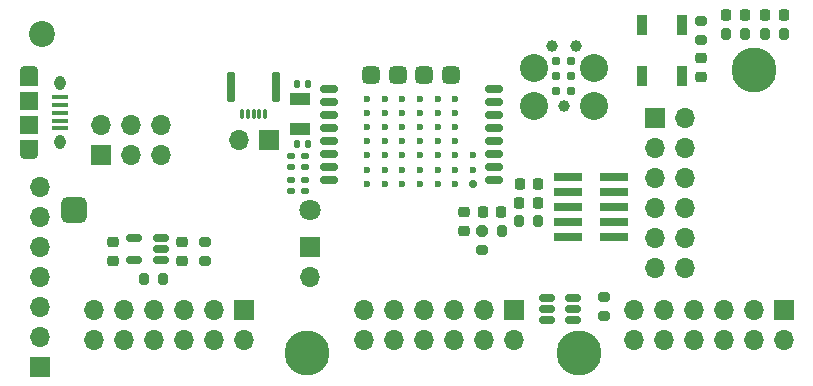
<source format=gbr>
%TF.GenerationSoftware,KiCad,Pcbnew,7.0.5.1-1-g8f565ef7f0-dirty-deb11*%
%TF.CreationDate,2023-06-14T12:44:05+00:00*%
%TF.ProjectId,kite-nrf52840,6b697465-2d6e-4726-9635-323834302e6b,rev?*%
%TF.SameCoordinates,Original*%
%TF.FileFunction,Soldermask,Top*%
%TF.FilePolarity,Negative*%
%FSLAX46Y46*%
G04 Gerber Fmt 4.6, Leading zero omitted, Abs format (unit mm)*
G04 Created by KiCad (PCBNEW 7.0.5.1-1-g8f565ef7f0-dirty-deb11) date 2023-06-14 12:44:05*
%MOMM*%
%LPD*%
G01*
G04 APERTURE LIST*
G04 Aperture macros list*
%AMRoundRect*
0 Rectangle with rounded corners*
0 $1 Rounding radius*
0 $2 $3 $4 $5 $6 $7 $8 $9 X,Y pos of 4 corners*
0 Add a 4 corners polygon primitive as box body*
4,1,4,$2,$3,$4,$5,$6,$7,$8,$9,$2,$3,0*
0 Add four circle primitives for the rounded corners*
1,1,$1+$1,$2,$3*
1,1,$1+$1,$4,$5*
1,1,$1+$1,$6,$7*
1,1,$1+$1,$8,$9*
0 Add four rect primitives between the rounded corners*
20,1,$1+$1,$2,$3,$4,$5,0*
20,1,$1+$1,$4,$5,$6,$7,0*
20,1,$1+$1,$6,$7,$8,$9,0*
20,1,$1+$1,$8,$9,$2,$3,0*%
G04 Aperture macros list end*
%ADD10RoundRect,0.225000X-0.225000X-0.250000X0.225000X-0.250000X0.225000X0.250000X-0.225000X0.250000X0*%
%ADD11R,0.900000X1.700000*%
%ADD12RoundRect,0.140000X0.170000X-0.140000X0.170000X0.140000X-0.170000X0.140000X-0.170000X-0.140000X0*%
%ADD13R,1.350000X0.400000*%
%ADD14O,1.550000X0.890000*%
%ADD15R,1.550000X1.200000*%
%ADD16O,0.950000X1.250000*%
%ADD17R,1.550000X1.500000*%
%ADD18RoundRect,0.087500X0.087500X0.312500X-0.087500X0.312500X-0.087500X-0.312500X0.087500X-0.312500X0*%
%ADD19RoundRect,0.150000X0.150000X1.150000X-0.150000X1.150000X-0.150000X-1.150000X0.150000X-1.150000X0*%
%ADD20RoundRect,0.225000X0.250000X-0.225000X0.250000X0.225000X-0.250000X0.225000X-0.250000X-0.225000X0*%
%ADD21RoundRect,0.150000X0.512500X0.150000X-0.512500X0.150000X-0.512500X-0.150000X0.512500X-0.150000X0*%
%ADD22RoundRect,0.140000X0.140000X0.170000X-0.140000X0.170000X-0.140000X-0.170000X0.140000X-0.170000X0*%
%ADD23R,1.700000X1.700000*%
%ADD24O,1.700000X1.700000*%
%ADD25C,2.374900*%
%ADD26C,0.990600*%
%ADD27C,0.787400*%
%ADD28RoundRect,0.218750X-0.218750X-0.256250X0.218750X-0.256250X0.218750X0.256250X-0.218750X0.256250X0*%
%ADD29RoundRect,0.225000X-0.250000X0.225000X-0.250000X-0.225000X0.250000X-0.225000X0.250000X0.225000X0*%
%ADD30RoundRect,0.200000X-0.200000X-0.275000X0.200000X-0.275000X0.200000X0.275000X-0.200000X0.275000X0*%
%ADD31RoundRect,0.175000X-0.575000X-0.175000X0.575000X-0.175000X0.575000X0.175000X-0.575000X0.175000X0*%
%ADD32C,0.600000*%
%ADD33RoundRect,0.375000X-0.375000X-0.375000X0.375000X-0.375000X0.375000X0.375000X-0.375000X0.375000X0*%
%ADD34RoundRect,0.150000X-0.150000X-0.150000X0.150000X-0.150000X0.150000X0.150000X-0.150000X0.150000X0*%
%ADD35RoundRect,0.200000X0.275000X-0.200000X0.275000X0.200000X-0.275000X0.200000X-0.275000X-0.200000X0*%
%ADD36RoundRect,0.200000X-0.275000X0.200000X-0.275000X-0.200000X0.275000X-0.200000X0.275000X0.200000X0*%
%ADD37R,1.800000X1.000000*%
%ADD38R,2.400000X0.740000*%
%ADD39RoundRect,0.200000X0.200000X0.275000X-0.200000X0.275000X-0.200000X-0.275000X0.200000X-0.275000X0*%
%ADD40C,3.800000*%
%ADD41C,2.200000*%
%ADD42RoundRect,0.550000X0.550000X0.550000X-0.550000X0.550000X-0.550000X-0.550000X0.550000X-0.550000X0*%
%ADD43C,1.800000*%
G04 APERTURE END LIST*
D10*
%TO.C,C1*%
X114975000Y-75200000D03*
X116525000Y-75200000D03*
%TD*%
D11*
%TO.C,SW1*%
X128750000Y-66050000D03*
X125350000Y-66050000D03*
%TD*%
D10*
%TO.C,C2*%
X111875000Y-77600000D03*
X113425000Y-77600000D03*
%TD*%
D12*
%TO.C,C5*%
X96800000Y-75830000D03*
X96800000Y-74870000D03*
%TD*%
%TO.C,C4*%
X95650000Y-73780000D03*
X95650000Y-72820000D03*
%TD*%
%TO.C,C6*%
X95650000Y-75830000D03*
X95650000Y-74870000D03*
%TD*%
%TO.C,C3*%
X96800000Y-73780000D03*
X96800000Y-72820000D03*
%TD*%
D13*
%TO.C,J6*%
X76100000Y-67900000D03*
X76100000Y-68550000D03*
X76100000Y-69200000D03*
X76100000Y-69850000D03*
X76100000Y-70500000D03*
D14*
X73400000Y-65700000D03*
D15*
X73400000Y-66300000D03*
D16*
X76100000Y-66700000D03*
D17*
X73400000Y-68200000D03*
X73400000Y-70200000D03*
D16*
X76100000Y-71700000D03*
D15*
X73400000Y-72100000D03*
D14*
X73400000Y-72700000D03*
%TD*%
D18*
%TO.C,J9*%
X93450000Y-69325000D03*
X92950000Y-69325000D03*
X92450000Y-69325000D03*
X91950000Y-69325000D03*
X91450000Y-69325000D03*
D19*
X94350000Y-67025000D03*
X90550000Y-67025000D03*
%TD*%
D20*
%TO.C,C7*%
X86362500Y-81725000D03*
X86362500Y-80175000D03*
%TD*%
%TO.C,C8*%
X80562500Y-81725000D03*
X80562500Y-80175000D03*
%TD*%
D21*
%TO.C,U2*%
X84600000Y-81700000D03*
X84600000Y-80750000D03*
X84600000Y-79800000D03*
X82325000Y-79800000D03*
X82325000Y-81700000D03*
%TD*%
D22*
%TO.C,C12*%
X97080000Y-71850000D03*
X96120000Y-71850000D03*
%TD*%
D23*
%TO.C,J12*%
X74365000Y-90700000D03*
D24*
X74365000Y-88160000D03*
X74365000Y-85620000D03*
X74365000Y-83080000D03*
X74365000Y-80540000D03*
X74365000Y-78000000D03*
X74365000Y-75460000D03*
%TD*%
D23*
%TO.C,J3*%
X79575000Y-72750000D03*
D24*
X79575000Y-70210000D03*
X82115000Y-72750000D03*
X82115000Y-70210000D03*
X84655000Y-72750000D03*
X84655000Y-70210000D03*
%TD*%
D25*
%TO.C,J8*%
X116160000Y-68590000D03*
D26*
X118700000Y-68590000D03*
D25*
X121240000Y-68590000D03*
X116160000Y-65415000D03*
X121240000Y-65415000D03*
D26*
X117684000Y-63510000D03*
X119716000Y-63510000D03*
D27*
X119335000Y-67320000D03*
X118065000Y-67320000D03*
X119335000Y-66050000D03*
X118065000Y-66050000D03*
X119335000Y-64780000D03*
X118065000Y-64780000D03*
%TD*%
D28*
%TO.C,D2*%
X132465000Y-60910000D03*
X134040000Y-60910000D03*
%TD*%
D23*
%TO.C,J4*%
X91630000Y-85875000D03*
D24*
X89090000Y-85875000D03*
X86550000Y-85875000D03*
X84010000Y-85875000D03*
X81470000Y-85875000D03*
X78930000Y-85875000D03*
X91630000Y-88415000D03*
X89090000Y-88415000D03*
X86550000Y-88415000D03*
X84010000Y-88415000D03*
X81470000Y-88415000D03*
X78930000Y-88415000D03*
%TD*%
D23*
%TO.C,J2*%
X137350000Y-85875000D03*
D24*
X134810000Y-85875000D03*
X132270000Y-85875000D03*
X129730000Y-85875000D03*
X127190000Y-85875000D03*
X124650000Y-85875000D03*
X137350000Y-88415000D03*
X134810000Y-88415000D03*
X132270000Y-88415000D03*
X129730000Y-88415000D03*
X127190000Y-88415000D03*
X124650000Y-88415000D03*
%TD*%
D29*
%TO.C,C9*%
X130300000Y-64575000D03*
X130300000Y-66125000D03*
%TD*%
D28*
%TO.C,D1*%
X135775000Y-60950000D03*
X137350000Y-60950000D03*
%TD*%
D30*
%TO.C,R10*%
X132427500Y-62510000D03*
X134077500Y-62510000D03*
%TD*%
%TO.C,R9*%
X135737500Y-62550000D03*
X137387500Y-62550000D03*
%TD*%
D22*
%TO.C,C11*%
X97080000Y-66750000D03*
X96120000Y-66750000D03*
%TD*%
D31*
%TO.C,U1*%
X98800000Y-67200000D03*
X98800000Y-68300000D03*
X98800000Y-69400000D03*
X98800000Y-70500000D03*
X98800000Y-71600000D03*
X98800000Y-72700000D03*
X98800000Y-73800000D03*
X98800000Y-74900000D03*
X112800000Y-74900000D03*
X112800000Y-73800000D03*
X112800000Y-72700000D03*
X112800000Y-71600000D03*
X112800000Y-70500000D03*
X112800000Y-69400000D03*
X112800000Y-68300000D03*
X112800000Y-67200000D03*
D32*
X103550000Y-68000000D03*
X103550000Y-69200000D03*
X103550000Y-70400000D03*
X103550000Y-71600000D03*
X103550000Y-72800000D03*
X103550000Y-74000000D03*
X103550000Y-75200000D03*
X105050000Y-68000000D03*
X105050000Y-69200000D03*
X105050000Y-70400000D03*
X105050000Y-71600000D03*
X105050000Y-72800000D03*
X105050000Y-74000000D03*
X105050000Y-75200000D03*
X106550000Y-68000000D03*
X106550000Y-69200000D03*
X106550000Y-70400000D03*
X106550000Y-71600000D03*
X106550000Y-72800000D03*
X106550000Y-74000000D03*
X106550000Y-75200000D03*
X108050000Y-68000000D03*
X108050000Y-69200000D03*
X108050000Y-70400000D03*
X108050000Y-71600000D03*
X108050000Y-72800000D03*
X108050000Y-74000000D03*
X108050000Y-75200000D03*
X109550000Y-68000000D03*
X109550000Y-69200000D03*
X109550000Y-70400000D03*
X109550000Y-71600000D03*
X109550000Y-72800000D03*
X109550000Y-74000000D03*
X109550000Y-75200000D03*
D33*
X102425000Y-66000000D03*
X104675000Y-66000000D03*
X106925000Y-66000000D03*
X109175000Y-66000000D03*
D32*
X111050000Y-72800000D03*
X111050000Y-74000000D03*
D34*
X111050000Y-75200000D03*
D32*
X102050000Y-68000000D03*
X102050000Y-69200000D03*
X102050000Y-70400000D03*
X102050000Y-71600000D03*
X102050000Y-72800000D03*
X102050000Y-74000000D03*
X102050000Y-75200000D03*
%TD*%
D28*
%TO.C,L1*%
X114962500Y-76800000D03*
X116537500Y-76800000D03*
%TD*%
D30*
%TO.C,R3*%
X114925000Y-78400000D03*
X116575000Y-78400000D03*
%TD*%
D35*
%TO.C,R1*%
X122100000Y-86425000D03*
X122100000Y-84775000D03*
%TD*%
D36*
%TO.C,R5*%
X88362500Y-80125000D03*
X88362500Y-81775000D03*
%TD*%
%TO.C,R7*%
X111825000Y-79200000D03*
X111825000Y-80850000D03*
%TD*%
D35*
%TO.C,R2*%
X130300000Y-63075000D03*
X130300000Y-61425000D03*
%TD*%
D11*
%TO.C,SW2*%
X125350000Y-61800000D03*
X128750000Y-61800000D03*
%TD*%
D37*
%TO.C,Y1*%
X96350000Y-68050000D03*
X96350000Y-70550000D03*
%TD*%
D38*
%TO.C,J10*%
X122940000Y-79740000D03*
X119040000Y-79740000D03*
X122940000Y-78470000D03*
X119040000Y-78470000D03*
X122940000Y-77200000D03*
X119040000Y-77200000D03*
X122940000Y-75930000D03*
X119040000Y-75930000D03*
X122940000Y-74660000D03*
X119040000Y-74660000D03*
%TD*%
D23*
%TO.C,J1*%
X126445000Y-69619000D03*
D24*
X126445000Y-72159000D03*
X126445000Y-74699000D03*
X126445000Y-77239000D03*
X126445000Y-79779000D03*
X126445000Y-82319000D03*
X128985000Y-69619000D03*
X128985000Y-72159000D03*
X128985000Y-74699000D03*
X128985000Y-77239000D03*
X128985000Y-79779000D03*
X128985000Y-82319000D03*
%TD*%
D23*
%TO.C,J7*%
X97225000Y-80540000D03*
D24*
X97225000Y-83080000D03*
%TD*%
D29*
%TO.C,C13*%
X110250000Y-77625000D03*
X110250000Y-79175000D03*
%TD*%
D23*
%TO.C,J5*%
X114490000Y-85875000D03*
D24*
X111950000Y-85875000D03*
X109410000Y-85875000D03*
X106870000Y-85875000D03*
X104330000Y-85875000D03*
X101790000Y-85875000D03*
X114490000Y-88415000D03*
X111950000Y-88415000D03*
X109410000Y-88415000D03*
X106870000Y-88415000D03*
X104330000Y-88415000D03*
X101790000Y-88415000D03*
%TD*%
D39*
%TO.C,R4*%
X84800000Y-83300000D03*
X83150000Y-83300000D03*
%TD*%
%TO.C,R8*%
X113475000Y-79200000D03*
X111825000Y-79200000D03*
%TD*%
D21*
%TO.C,U3*%
X119537500Y-86750000D03*
X119537500Y-85800000D03*
X119537500Y-84850000D03*
X117262500Y-84850000D03*
X117262500Y-85800000D03*
X117262500Y-86750000D03*
%TD*%
D40*
%TO.C,H3*%
X120000000Y-89500000D03*
%TD*%
%TO.C,H1*%
X134800000Y-65600000D03*
%TD*%
%TO.C,H2*%
X97000000Y-89500000D03*
%TD*%
D41*
%TO.C,H4*%
X74500000Y-62500000D03*
%TD*%
D23*
%TO.C,J11*%
X93725000Y-71500000D03*
D24*
X91185000Y-71500000D03*
%TD*%
D42*
%TO.C,BT1*%
X77250000Y-77400000D03*
D43*
X97250000Y-77400000D03*
%TD*%
M02*

</source>
